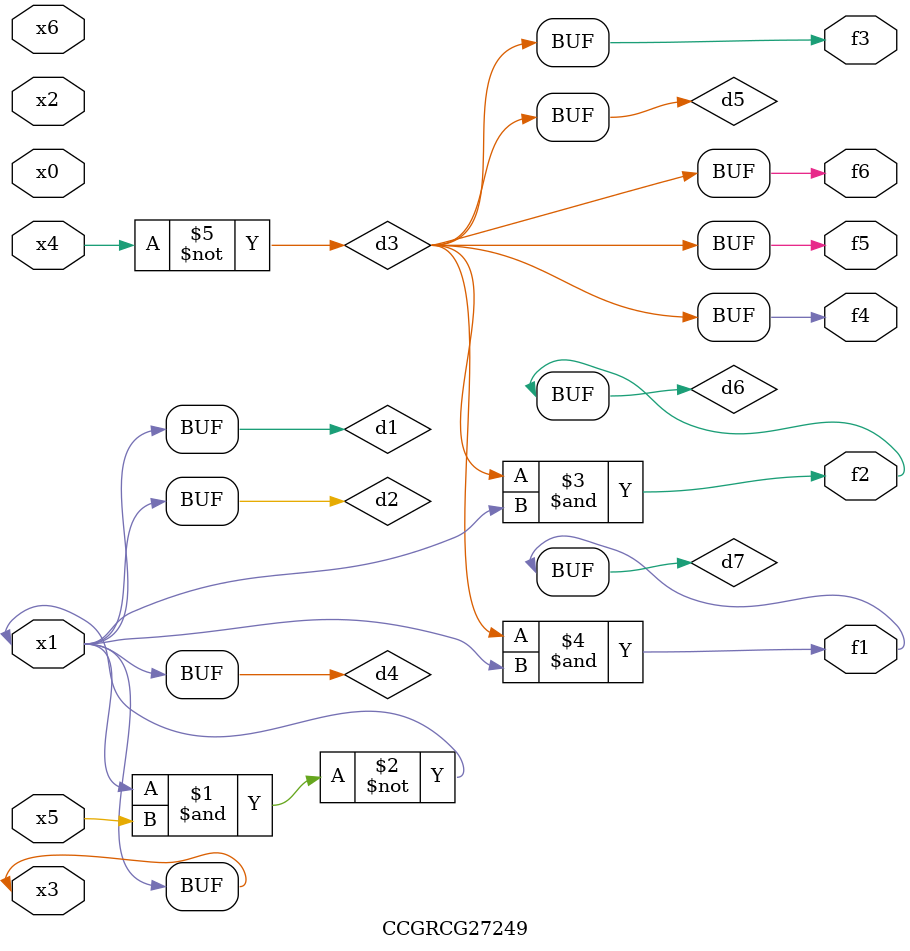
<source format=v>
module CCGRCG27249(
	input x0, x1, x2, x3, x4, x5, x6,
	output f1, f2, f3, f4, f5, f6
);

	wire d1, d2, d3, d4, d5, d6, d7;

	buf (d1, x1, x3);
	nand (d2, x1, x5);
	not (d3, x4);
	buf (d4, d1, d2);
	buf (d5, d3);
	and (d6, d3, d4);
	and (d7, d3, d4);
	assign f1 = d7;
	assign f2 = d6;
	assign f3 = d5;
	assign f4 = d5;
	assign f5 = d5;
	assign f6 = d5;
endmodule

</source>
